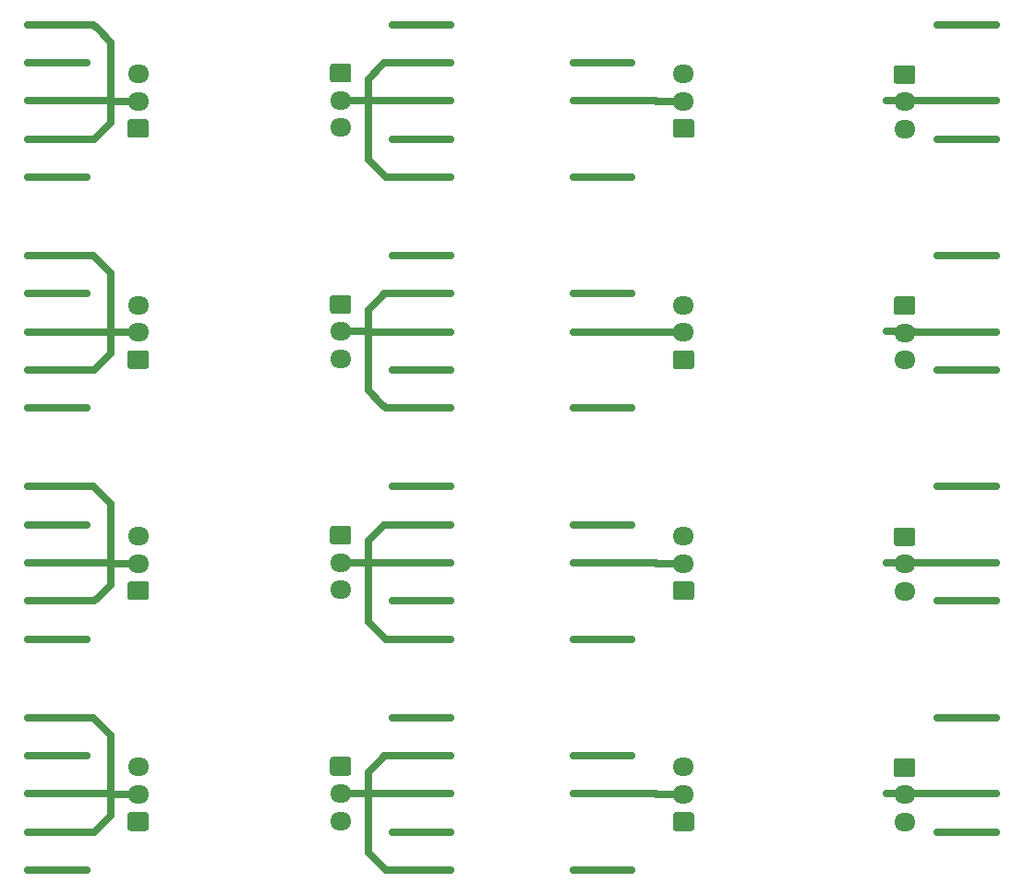
<source format=gbl>
G04 #@! TF.GenerationSoftware,KiCad,Pcbnew,(5.1.0)-1*
G04 #@! TF.CreationDate,2019-06-08T19:04:15-04:00*
G04 #@! TF.ProjectId,input+output_panel,696e7075-742b-46f7-9574-7075745f7061,0.1*
G04 #@! TF.SameCoordinates,Original*
G04 #@! TF.FileFunction,Copper,L2,Bot*
G04 #@! TF.FilePolarity,Positive*
%FSLAX46Y46*%
G04 Gerber Fmt 4.6, Leading zero omitted, Abs format (unit mm)*
G04 Created by KiCad (PCBNEW (5.1.0)-1) date 2019-06-08 19:04:15*
%MOMM*%
%LPD*%
G04 APERTURE LIST*
%ADD10C,0.100000*%
%ADD11C,1.700000*%
%ADD12O,1.950000X1.700000*%
%ADD13C,0.609600*%
%ADD14C,0.635000*%
G04 APERTURE END LIST*
D10*
G36*
X175031504Y-47057204D02*
G01*
X175055773Y-47060804D01*
X175079571Y-47066765D01*
X175102671Y-47075030D01*
X175124849Y-47085520D01*
X175145893Y-47098133D01*
X175165598Y-47112747D01*
X175183777Y-47129223D01*
X175200253Y-47147402D01*
X175214867Y-47167107D01*
X175227480Y-47188151D01*
X175237970Y-47210329D01*
X175246235Y-47233429D01*
X175252196Y-47257227D01*
X175255796Y-47281496D01*
X175257000Y-47306000D01*
X175257000Y-48506000D01*
X175255796Y-48530504D01*
X175252196Y-48554773D01*
X175246235Y-48578571D01*
X175237970Y-48601671D01*
X175227480Y-48623849D01*
X175214867Y-48644893D01*
X175200253Y-48664598D01*
X175183777Y-48682777D01*
X175165598Y-48699253D01*
X175145893Y-48713867D01*
X175124849Y-48726480D01*
X175102671Y-48736970D01*
X175079571Y-48745235D01*
X175055773Y-48751196D01*
X175031504Y-48754796D01*
X175007000Y-48756000D01*
X173557000Y-48756000D01*
X173532496Y-48754796D01*
X173508227Y-48751196D01*
X173484429Y-48745235D01*
X173461329Y-48736970D01*
X173439151Y-48726480D01*
X173418107Y-48713867D01*
X173398402Y-48699253D01*
X173380223Y-48682777D01*
X173363747Y-48664598D01*
X173349133Y-48644893D01*
X173336520Y-48623849D01*
X173326030Y-48601671D01*
X173317765Y-48578571D01*
X173311804Y-48554773D01*
X173308204Y-48530504D01*
X173307000Y-48506000D01*
X173307000Y-47306000D01*
X173308204Y-47281496D01*
X173311804Y-47257227D01*
X173317765Y-47233429D01*
X173326030Y-47210329D01*
X173336520Y-47188151D01*
X173349133Y-47167107D01*
X173363747Y-47147402D01*
X173380223Y-47129223D01*
X173398402Y-47112747D01*
X173418107Y-47098133D01*
X173439151Y-47085520D01*
X173461329Y-47075030D01*
X173484429Y-47066765D01*
X173508227Y-47060804D01*
X173532496Y-47057204D01*
X173557000Y-47056000D01*
X175007000Y-47056000D01*
X175031504Y-47057204D01*
X175031504Y-47057204D01*
G37*
D11*
X174282000Y-47906000D03*
D12*
X174282000Y-50406000D03*
X174282000Y-52906000D03*
X154013000Y-47859000D03*
X154013000Y-50359000D03*
D10*
G36*
X154762504Y-52010204D02*
G01*
X154786773Y-52013804D01*
X154810571Y-52019765D01*
X154833671Y-52028030D01*
X154855849Y-52038520D01*
X154876893Y-52051133D01*
X154896598Y-52065747D01*
X154914777Y-52082223D01*
X154931253Y-52100402D01*
X154945867Y-52120107D01*
X154958480Y-52141151D01*
X154968970Y-52163329D01*
X154977235Y-52186429D01*
X154983196Y-52210227D01*
X154986796Y-52234496D01*
X154988000Y-52259000D01*
X154988000Y-53459000D01*
X154986796Y-53483504D01*
X154983196Y-53507773D01*
X154977235Y-53531571D01*
X154968970Y-53554671D01*
X154958480Y-53576849D01*
X154945867Y-53597893D01*
X154931253Y-53617598D01*
X154914777Y-53635777D01*
X154896598Y-53652253D01*
X154876893Y-53666867D01*
X154855849Y-53679480D01*
X154833671Y-53689970D01*
X154810571Y-53698235D01*
X154786773Y-53704196D01*
X154762504Y-53707796D01*
X154738000Y-53709000D01*
X153288000Y-53709000D01*
X153263496Y-53707796D01*
X153239227Y-53704196D01*
X153215429Y-53698235D01*
X153192329Y-53689970D01*
X153170151Y-53679480D01*
X153149107Y-53666867D01*
X153129402Y-53652253D01*
X153111223Y-53635777D01*
X153094747Y-53617598D01*
X153080133Y-53597893D01*
X153067520Y-53576849D01*
X153057030Y-53554671D01*
X153048765Y-53531571D01*
X153042804Y-53507773D01*
X153039204Y-53483504D01*
X153038000Y-53459000D01*
X153038000Y-52259000D01*
X153039204Y-52234496D01*
X153042804Y-52210227D01*
X153048765Y-52186429D01*
X153057030Y-52163329D01*
X153067520Y-52141151D01*
X153080133Y-52120107D01*
X153094747Y-52100402D01*
X153111223Y-52082223D01*
X153129402Y-52065747D01*
X153149107Y-52051133D01*
X153170151Y-52038520D01*
X153192329Y-52028030D01*
X153215429Y-52019765D01*
X153239227Y-52013804D01*
X153263496Y-52010204D01*
X153288000Y-52009000D01*
X154738000Y-52009000D01*
X154762504Y-52010204D01*
X154762504Y-52010204D01*
G37*
D11*
X154013000Y-52859000D03*
D12*
X174282000Y-74106000D03*
X174282000Y-71606000D03*
D10*
G36*
X175031504Y-68257204D02*
G01*
X175055773Y-68260804D01*
X175079571Y-68266765D01*
X175102671Y-68275030D01*
X175124849Y-68285520D01*
X175145893Y-68298133D01*
X175165598Y-68312747D01*
X175183777Y-68329223D01*
X175200253Y-68347402D01*
X175214867Y-68367107D01*
X175227480Y-68388151D01*
X175237970Y-68410329D01*
X175246235Y-68433429D01*
X175252196Y-68457227D01*
X175255796Y-68481496D01*
X175257000Y-68506000D01*
X175257000Y-69706000D01*
X175255796Y-69730504D01*
X175252196Y-69754773D01*
X175246235Y-69778571D01*
X175237970Y-69801671D01*
X175227480Y-69823849D01*
X175214867Y-69844893D01*
X175200253Y-69864598D01*
X175183777Y-69882777D01*
X175165598Y-69899253D01*
X175145893Y-69913867D01*
X175124849Y-69926480D01*
X175102671Y-69936970D01*
X175079571Y-69945235D01*
X175055773Y-69951196D01*
X175031504Y-69954796D01*
X175007000Y-69956000D01*
X173557000Y-69956000D01*
X173532496Y-69954796D01*
X173508227Y-69951196D01*
X173484429Y-69945235D01*
X173461329Y-69936970D01*
X173439151Y-69926480D01*
X173418107Y-69913867D01*
X173398402Y-69899253D01*
X173380223Y-69882777D01*
X173363747Y-69864598D01*
X173349133Y-69844893D01*
X173336520Y-69823849D01*
X173326030Y-69801671D01*
X173317765Y-69778571D01*
X173311804Y-69754773D01*
X173308204Y-69730504D01*
X173307000Y-69706000D01*
X173307000Y-68506000D01*
X173308204Y-68481496D01*
X173311804Y-68457227D01*
X173317765Y-68433429D01*
X173326030Y-68410329D01*
X173336520Y-68388151D01*
X173349133Y-68367107D01*
X173363747Y-68347402D01*
X173380223Y-68329223D01*
X173398402Y-68312747D01*
X173418107Y-68298133D01*
X173439151Y-68285520D01*
X173461329Y-68275030D01*
X173484429Y-68266765D01*
X173508227Y-68260804D01*
X173532496Y-68257204D01*
X173557000Y-68256000D01*
X175007000Y-68256000D01*
X175031504Y-68257204D01*
X175031504Y-68257204D01*
G37*
D11*
X174282000Y-69106000D03*
D10*
G36*
X154762504Y-73210204D02*
G01*
X154786773Y-73213804D01*
X154810571Y-73219765D01*
X154833671Y-73228030D01*
X154855849Y-73238520D01*
X154876893Y-73251133D01*
X154896598Y-73265747D01*
X154914777Y-73282223D01*
X154931253Y-73300402D01*
X154945867Y-73320107D01*
X154958480Y-73341151D01*
X154968970Y-73363329D01*
X154977235Y-73386429D01*
X154983196Y-73410227D01*
X154986796Y-73434496D01*
X154988000Y-73459000D01*
X154988000Y-74659000D01*
X154986796Y-74683504D01*
X154983196Y-74707773D01*
X154977235Y-74731571D01*
X154968970Y-74754671D01*
X154958480Y-74776849D01*
X154945867Y-74797893D01*
X154931253Y-74817598D01*
X154914777Y-74835777D01*
X154896598Y-74852253D01*
X154876893Y-74866867D01*
X154855849Y-74879480D01*
X154833671Y-74889970D01*
X154810571Y-74898235D01*
X154786773Y-74904196D01*
X154762504Y-74907796D01*
X154738000Y-74909000D01*
X153288000Y-74909000D01*
X153263496Y-74907796D01*
X153239227Y-74904196D01*
X153215429Y-74898235D01*
X153192329Y-74889970D01*
X153170151Y-74879480D01*
X153149107Y-74866867D01*
X153129402Y-74852253D01*
X153111223Y-74835777D01*
X153094747Y-74817598D01*
X153080133Y-74797893D01*
X153067520Y-74776849D01*
X153057030Y-74754671D01*
X153048765Y-74731571D01*
X153042804Y-74707773D01*
X153039204Y-74683504D01*
X153038000Y-74659000D01*
X153038000Y-73459000D01*
X153039204Y-73434496D01*
X153042804Y-73410227D01*
X153048765Y-73386429D01*
X153057030Y-73363329D01*
X153067520Y-73341151D01*
X153080133Y-73320107D01*
X153094747Y-73300402D01*
X153111223Y-73282223D01*
X153129402Y-73265747D01*
X153149107Y-73251133D01*
X153170151Y-73238520D01*
X153192329Y-73228030D01*
X153215429Y-73219765D01*
X153239227Y-73213804D01*
X153263496Y-73210204D01*
X153288000Y-73209000D01*
X154738000Y-73209000D01*
X154762504Y-73210204D01*
X154762504Y-73210204D01*
G37*
D11*
X154013000Y-74059000D03*
D12*
X154013000Y-71559000D03*
X154013000Y-69059000D03*
D10*
G36*
X175031504Y-89457204D02*
G01*
X175055773Y-89460804D01*
X175079571Y-89466765D01*
X175102671Y-89475030D01*
X175124849Y-89485520D01*
X175145893Y-89498133D01*
X175165598Y-89512747D01*
X175183777Y-89529223D01*
X175200253Y-89547402D01*
X175214867Y-89567107D01*
X175227480Y-89588151D01*
X175237970Y-89610329D01*
X175246235Y-89633429D01*
X175252196Y-89657227D01*
X175255796Y-89681496D01*
X175257000Y-89706000D01*
X175257000Y-90906000D01*
X175255796Y-90930504D01*
X175252196Y-90954773D01*
X175246235Y-90978571D01*
X175237970Y-91001671D01*
X175227480Y-91023849D01*
X175214867Y-91044893D01*
X175200253Y-91064598D01*
X175183777Y-91082777D01*
X175165598Y-91099253D01*
X175145893Y-91113867D01*
X175124849Y-91126480D01*
X175102671Y-91136970D01*
X175079571Y-91145235D01*
X175055773Y-91151196D01*
X175031504Y-91154796D01*
X175007000Y-91156000D01*
X173557000Y-91156000D01*
X173532496Y-91154796D01*
X173508227Y-91151196D01*
X173484429Y-91145235D01*
X173461329Y-91136970D01*
X173439151Y-91126480D01*
X173418107Y-91113867D01*
X173398402Y-91099253D01*
X173380223Y-91082777D01*
X173363747Y-91064598D01*
X173349133Y-91044893D01*
X173336520Y-91023849D01*
X173326030Y-91001671D01*
X173317765Y-90978571D01*
X173311804Y-90954773D01*
X173308204Y-90930504D01*
X173307000Y-90906000D01*
X173307000Y-89706000D01*
X173308204Y-89681496D01*
X173311804Y-89657227D01*
X173317765Y-89633429D01*
X173326030Y-89610329D01*
X173336520Y-89588151D01*
X173349133Y-89567107D01*
X173363747Y-89547402D01*
X173380223Y-89529223D01*
X173398402Y-89512747D01*
X173418107Y-89498133D01*
X173439151Y-89485520D01*
X173461329Y-89475030D01*
X173484429Y-89466765D01*
X173508227Y-89460804D01*
X173532496Y-89457204D01*
X173557000Y-89456000D01*
X175007000Y-89456000D01*
X175031504Y-89457204D01*
X175031504Y-89457204D01*
G37*
D11*
X174282000Y-90306000D03*
D12*
X174282000Y-92806000D03*
X174282000Y-95306000D03*
X154013000Y-90259000D03*
X154013000Y-92759000D03*
D10*
G36*
X154762504Y-94410204D02*
G01*
X154786773Y-94413804D01*
X154810571Y-94419765D01*
X154833671Y-94428030D01*
X154855849Y-94438520D01*
X154876893Y-94451133D01*
X154896598Y-94465747D01*
X154914777Y-94482223D01*
X154931253Y-94500402D01*
X154945867Y-94520107D01*
X154958480Y-94541151D01*
X154968970Y-94563329D01*
X154977235Y-94586429D01*
X154983196Y-94610227D01*
X154986796Y-94634496D01*
X154988000Y-94659000D01*
X154988000Y-95859000D01*
X154986796Y-95883504D01*
X154983196Y-95907773D01*
X154977235Y-95931571D01*
X154968970Y-95954671D01*
X154958480Y-95976849D01*
X154945867Y-95997893D01*
X154931253Y-96017598D01*
X154914777Y-96035777D01*
X154896598Y-96052253D01*
X154876893Y-96066867D01*
X154855849Y-96079480D01*
X154833671Y-96089970D01*
X154810571Y-96098235D01*
X154786773Y-96104196D01*
X154762504Y-96107796D01*
X154738000Y-96109000D01*
X153288000Y-96109000D01*
X153263496Y-96107796D01*
X153239227Y-96104196D01*
X153215429Y-96098235D01*
X153192329Y-96089970D01*
X153170151Y-96079480D01*
X153149107Y-96066867D01*
X153129402Y-96052253D01*
X153111223Y-96035777D01*
X153094747Y-96017598D01*
X153080133Y-95997893D01*
X153067520Y-95976849D01*
X153057030Y-95954671D01*
X153048765Y-95931571D01*
X153042804Y-95907773D01*
X153039204Y-95883504D01*
X153038000Y-95859000D01*
X153038000Y-94659000D01*
X153039204Y-94634496D01*
X153042804Y-94610227D01*
X153048765Y-94586429D01*
X153057030Y-94563329D01*
X153067520Y-94541151D01*
X153080133Y-94520107D01*
X153094747Y-94500402D01*
X153111223Y-94482223D01*
X153129402Y-94465747D01*
X153149107Y-94451133D01*
X153170151Y-94438520D01*
X153192329Y-94428030D01*
X153215429Y-94419765D01*
X153239227Y-94413804D01*
X153263496Y-94410204D01*
X153288000Y-94409000D01*
X154738000Y-94409000D01*
X154762504Y-94410204D01*
X154762504Y-94410204D01*
G37*
D11*
X154013000Y-95259000D03*
D12*
X174282000Y-116506000D03*
X174282000Y-114006000D03*
D10*
G36*
X175031504Y-110657204D02*
G01*
X175055773Y-110660804D01*
X175079571Y-110666765D01*
X175102671Y-110675030D01*
X175124849Y-110685520D01*
X175145893Y-110698133D01*
X175165598Y-110712747D01*
X175183777Y-110729223D01*
X175200253Y-110747402D01*
X175214867Y-110767107D01*
X175227480Y-110788151D01*
X175237970Y-110810329D01*
X175246235Y-110833429D01*
X175252196Y-110857227D01*
X175255796Y-110881496D01*
X175257000Y-110906000D01*
X175257000Y-112106000D01*
X175255796Y-112130504D01*
X175252196Y-112154773D01*
X175246235Y-112178571D01*
X175237970Y-112201671D01*
X175227480Y-112223849D01*
X175214867Y-112244893D01*
X175200253Y-112264598D01*
X175183777Y-112282777D01*
X175165598Y-112299253D01*
X175145893Y-112313867D01*
X175124849Y-112326480D01*
X175102671Y-112336970D01*
X175079571Y-112345235D01*
X175055773Y-112351196D01*
X175031504Y-112354796D01*
X175007000Y-112356000D01*
X173557000Y-112356000D01*
X173532496Y-112354796D01*
X173508227Y-112351196D01*
X173484429Y-112345235D01*
X173461329Y-112336970D01*
X173439151Y-112326480D01*
X173418107Y-112313867D01*
X173398402Y-112299253D01*
X173380223Y-112282777D01*
X173363747Y-112264598D01*
X173349133Y-112244893D01*
X173336520Y-112223849D01*
X173326030Y-112201671D01*
X173317765Y-112178571D01*
X173311804Y-112154773D01*
X173308204Y-112130504D01*
X173307000Y-112106000D01*
X173307000Y-110906000D01*
X173308204Y-110881496D01*
X173311804Y-110857227D01*
X173317765Y-110833429D01*
X173326030Y-110810329D01*
X173336520Y-110788151D01*
X173349133Y-110767107D01*
X173363747Y-110747402D01*
X173380223Y-110729223D01*
X173398402Y-110712747D01*
X173418107Y-110698133D01*
X173439151Y-110685520D01*
X173461329Y-110675030D01*
X173484429Y-110666765D01*
X173508227Y-110660804D01*
X173532496Y-110657204D01*
X173557000Y-110656000D01*
X175007000Y-110656000D01*
X175031504Y-110657204D01*
X175031504Y-110657204D01*
G37*
D11*
X174282000Y-111506000D03*
D10*
G36*
X123334504Y-46930204D02*
G01*
X123358773Y-46933804D01*
X123382571Y-46939765D01*
X123405671Y-46948030D01*
X123427849Y-46958520D01*
X123448893Y-46971133D01*
X123468598Y-46985747D01*
X123486777Y-47002223D01*
X123503253Y-47020402D01*
X123517867Y-47040107D01*
X123530480Y-47061151D01*
X123540970Y-47083329D01*
X123549235Y-47106429D01*
X123555196Y-47130227D01*
X123558796Y-47154496D01*
X123560000Y-47179000D01*
X123560000Y-48379000D01*
X123558796Y-48403504D01*
X123555196Y-48427773D01*
X123549235Y-48451571D01*
X123540970Y-48474671D01*
X123530480Y-48496849D01*
X123517867Y-48517893D01*
X123503253Y-48537598D01*
X123486777Y-48555777D01*
X123468598Y-48572253D01*
X123448893Y-48586867D01*
X123427849Y-48599480D01*
X123405671Y-48609970D01*
X123382571Y-48618235D01*
X123358773Y-48624196D01*
X123334504Y-48627796D01*
X123310000Y-48629000D01*
X121860000Y-48629000D01*
X121835496Y-48627796D01*
X121811227Y-48624196D01*
X121787429Y-48618235D01*
X121764329Y-48609970D01*
X121742151Y-48599480D01*
X121721107Y-48586867D01*
X121701402Y-48572253D01*
X121683223Y-48555777D01*
X121666747Y-48537598D01*
X121652133Y-48517893D01*
X121639520Y-48496849D01*
X121629030Y-48474671D01*
X121620765Y-48451571D01*
X121614804Y-48427773D01*
X121611204Y-48403504D01*
X121610000Y-48379000D01*
X121610000Y-47179000D01*
X121611204Y-47154496D01*
X121614804Y-47130227D01*
X121620765Y-47106429D01*
X121629030Y-47083329D01*
X121639520Y-47061151D01*
X121652133Y-47040107D01*
X121666747Y-47020402D01*
X121683223Y-47002223D01*
X121701402Y-46985747D01*
X121721107Y-46971133D01*
X121742151Y-46958520D01*
X121764329Y-46948030D01*
X121787429Y-46939765D01*
X121811227Y-46933804D01*
X121835496Y-46930204D01*
X121860000Y-46929000D01*
X123310000Y-46929000D01*
X123334504Y-46930204D01*
X123334504Y-46930204D01*
G37*
D11*
X122585000Y-47779000D03*
D12*
X122585000Y-50279000D03*
X122585000Y-52779000D03*
X104013000Y-47859000D03*
X104013000Y-50359000D03*
D10*
G36*
X104762504Y-52010204D02*
G01*
X104786773Y-52013804D01*
X104810571Y-52019765D01*
X104833671Y-52028030D01*
X104855849Y-52038520D01*
X104876893Y-52051133D01*
X104896598Y-52065747D01*
X104914777Y-52082223D01*
X104931253Y-52100402D01*
X104945867Y-52120107D01*
X104958480Y-52141151D01*
X104968970Y-52163329D01*
X104977235Y-52186429D01*
X104983196Y-52210227D01*
X104986796Y-52234496D01*
X104988000Y-52259000D01*
X104988000Y-53459000D01*
X104986796Y-53483504D01*
X104983196Y-53507773D01*
X104977235Y-53531571D01*
X104968970Y-53554671D01*
X104958480Y-53576849D01*
X104945867Y-53597893D01*
X104931253Y-53617598D01*
X104914777Y-53635777D01*
X104896598Y-53652253D01*
X104876893Y-53666867D01*
X104855849Y-53679480D01*
X104833671Y-53689970D01*
X104810571Y-53698235D01*
X104786773Y-53704196D01*
X104762504Y-53707796D01*
X104738000Y-53709000D01*
X103288000Y-53709000D01*
X103263496Y-53707796D01*
X103239227Y-53704196D01*
X103215429Y-53698235D01*
X103192329Y-53689970D01*
X103170151Y-53679480D01*
X103149107Y-53666867D01*
X103129402Y-53652253D01*
X103111223Y-53635777D01*
X103094747Y-53617598D01*
X103080133Y-53597893D01*
X103067520Y-53576849D01*
X103057030Y-53554671D01*
X103048765Y-53531571D01*
X103042804Y-53507773D01*
X103039204Y-53483504D01*
X103038000Y-53459000D01*
X103038000Y-52259000D01*
X103039204Y-52234496D01*
X103042804Y-52210227D01*
X103048765Y-52186429D01*
X103057030Y-52163329D01*
X103067520Y-52141151D01*
X103080133Y-52120107D01*
X103094747Y-52100402D01*
X103111223Y-52082223D01*
X103129402Y-52065747D01*
X103149107Y-52051133D01*
X103170151Y-52038520D01*
X103192329Y-52028030D01*
X103215429Y-52019765D01*
X103239227Y-52013804D01*
X103263496Y-52010204D01*
X103288000Y-52009000D01*
X104738000Y-52009000D01*
X104762504Y-52010204D01*
X104762504Y-52010204D01*
G37*
D11*
X104013000Y-52859000D03*
D12*
X122585000Y-73979000D03*
X122585000Y-71479000D03*
D10*
G36*
X123334504Y-68130204D02*
G01*
X123358773Y-68133804D01*
X123382571Y-68139765D01*
X123405671Y-68148030D01*
X123427849Y-68158520D01*
X123448893Y-68171133D01*
X123468598Y-68185747D01*
X123486777Y-68202223D01*
X123503253Y-68220402D01*
X123517867Y-68240107D01*
X123530480Y-68261151D01*
X123540970Y-68283329D01*
X123549235Y-68306429D01*
X123555196Y-68330227D01*
X123558796Y-68354496D01*
X123560000Y-68379000D01*
X123560000Y-69579000D01*
X123558796Y-69603504D01*
X123555196Y-69627773D01*
X123549235Y-69651571D01*
X123540970Y-69674671D01*
X123530480Y-69696849D01*
X123517867Y-69717893D01*
X123503253Y-69737598D01*
X123486777Y-69755777D01*
X123468598Y-69772253D01*
X123448893Y-69786867D01*
X123427849Y-69799480D01*
X123405671Y-69809970D01*
X123382571Y-69818235D01*
X123358773Y-69824196D01*
X123334504Y-69827796D01*
X123310000Y-69829000D01*
X121860000Y-69829000D01*
X121835496Y-69827796D01*
X121811227Y-69824196D01*
X121787429Y-69818235D01*
X121764329Y-69809970D01*
X121742151Y-69799480D01*
X121721107Y-69786867D01*
X121701402Y-69772253D01*
X121683223Y-69755777D01*
X121666747Y-69737598D01*
X121652133Y-69717893D01*
X121639520Y-69696849D01*
X121629030Y-69674671D01*
X121620765Y-69651571D01*
X121614804Y-69627773D01*
X121611204Y-69603504D01*
X121610000Y-69579000D01*
X121610000Y-68379000D01*
X121611204Y-68354496D01*
X121614804Y-68330227D01*
X121620765Y-68306429D01*
X121629030Y-68283329D01*
X121639520Y-68261151D01*
X121652133Y-68240107D01*
X121666747Y-68220402D01*
X121683223Y-68202223D01*
X121701402Y-68185747D01*
X121721107Y-68171133D01*
X121742151Y-68158520D01*
X121764329Y-68148030D01*
X121787429Y-68139765D01*
X121811227Y-68133804D01*
X121835496Y-68130204D01*
X121860000Y-68129000D01*
X123310000Y-68129000D01*
X123334504Y-68130204D01*
X123334504Y-68130204D01*
G37*
D11*
X122585000Y-68979000D03*
D10*
G36*
X104762504Y-73210204D02*
G01*
X104786773Y-73213804D01*
X104810571Y-73219765D01*
X104833671Y-73228030D01*
X104855849Y-73238520D01*
X104876893Y-73251133D01*
X104896598Y-73265747D01*
X104914777Y-73282223D01*
X104931253Y-73300402D01*
X104945867Y-73320107D01*
X104958480Y-73341151D01*
X104968970Y-73363329D01*
X104977235Y-73386429D01*
X104983196Y-73410227D01*
X104986796Y-73434496D01*
X104988000Y-73459000D01*
X104988000Y-74659000D01*
X104986796Y-74683504D01*
X104983196Y-74707773D01*
X104977235Y-74731571D01*
X104968970Y-74754671D01*
X104958480Y-74776849D01*
X104945867Y-74797893D01*
X104931253Y-74817598D01*
X104914777Y-74835777D01*
X104896598Y-74852253D01*
X104876893Y-74866867D01*
X104855849Y-74879480D01*
X104833671Y-74889970D01*
X104810571Y-74898235D01*
X104786773Y-74904196D01*
X104762504Y-74907796D01*
X104738000Y-74909000D01*
X103288000Y-74909000D01*
X103263496Y-74907796D01*
X103239227Y-74904196D01*
X103215429Y-74898235D01*
X103192329Y-74889970D01*
X103170151Y-74879480D01*
X103149107Y-74866867D01*
X103129402Y-74852253D01*
X103111223Y-74835777D01*
X103094747Y-74817598D01*
X103080133Y-74797893D01*
X103067520Y-74776849D01*
X103057030Y-74754671D01*
X103048765Y-74731571D01*
X103042804Y-74707773D01*
X103039204Y-74683504D01*
X103038000Y-74659000D01*
X103038000Y-73459000D01*
X103039204Y-73434496D01*
X103042804Y-73410227D01*
X103048765Y-73386429D01*
X103057030Y-73363329D01*
X103067520Y-73341151D01*
X103080133Y-73320107D01*
X103094747Y-73300402D01*
X103111223Y-73282223D01*
X103129402Y-73265747D01*
X103149107Y-73251133D01*
X103170151Y-73238520D01*
X103192329Y-73228030D01*
X103215429Y-73219765D01*
X103239227Y-73213804D01*
X103263496Y-73210204D01*
X103288000Y-73209000D01*
X104738000Y-73209000D01*
X104762504Y-73210204D01*
X104762504Y-73210204D01*
G37*
D11*
X104013000Y-74059000D03*
D12*
X104013000Y-71559000D03*
X104013000Y-69059000D03*
D10*
G36*
X123334504Y-89330204D02*
G01*
X123358773Y-89333804D01*
X123382571Y-89339765D01*
X123405671Y-89348030D01*
X123427849Y-89358520D01*
X123448893Y-89371133D01*
X123468598Y-89385747D01*
X123486777Y-89402223D01*
X123503253Y-89420402D01*
X123517867Y-89440107D01*
X123530480Y-89461151D01*
X123540970Y-89483329D01*
X123549235Y-89506429D01*
X123555196Y-89530227D01*
X123558796Y-89554496D01*
X123560000Y-89579000D01*
X123560000Y-90779000D01*
X123558796Y-90803504D01*
X123555196Y-90827773D01*
X123549235Y-90851571D01*
X123540970Y-90874671D01*
X123530480Y-90896849D01*
X123517867Y-90917893D01*
X123503253Y-90937598D01*
X123486777Y-90955777D01*
X123468598Y-90972253D01*
X123448893Y-90986867D01*
X123427849Y-90999480D01*
X123405671Y-91009970D01*
X123382571Y-91018235D01*
X123358773Y-91024196D01*
X123334504Y-91027796D01*
X123310000Y-91029000D01*
X121860000Y-91029000D01*
X121835496Y-91027796D01*
X121811227Y-91024196D01*
X121787429Y-91018235D01*
X121764329Y-91009970D01*
X121742151Y-90999480D01*
X121721107Y-90986867D01*
X121701402Y-90972253D01*
X121683223Y-90955777D01*
X121666747Y-90937598D01*
X121652133Y-90917893D01*
X121639520Y-90896849D01*
X121629030Y-90874671D01*
X121620765Y-90851571D01*
X121614804Y-90827773D01*
X121611204Y-90803504D01*
X121610000Y-90779000D01*
X121610000Y-89579000D01*
X121611204Y-89554496D01*
X121614804Y-89530227D01*
X121620765Y-89506429D01*
X121629030Y-89483329D01*
X121639520Y-89461151D01*
X121652133Y-89440107D01*
X121666747Y-89420402D01*
X121683223Y-89402223D01*
X121701402Y-89385747D01*
X121721107Y-89371133D01*
X121742151Y-89358520D01*
X121764329Y-89348030D01*
X121787429Y-89339765D01*
X121811227Y-89333804D01*
X121835496Y-89330204D01*
X121860000Y-89329000D01*
X123310000Y-89329000D01*
X123334504Y-89330204D01*
X123334504Y-89330204D01*
G37*
D11*
X122585000Y-90179000D03*
D12*
X122585000Y-92679000D03*
X122585000Y-95179000D03*
X104013000Y-90259000D03*
X104013000Y-92759000D03*
D10*
G36*
X104762504Y-94410204D02*
G01*
X104786773Y-94413804D01*
X104810571Y-94419765D01*
X104833671Y-94428030D01*
X104855849Y-94438520D01*
X104876893Y-94451133D01*
X104896598Y-94465747D01*
X104914777Y-94482223D01*
X104931253Y-94500402D01*
X104945867Y-94520107D01*
X104958480Y-94541151D01*
X104968970Y-94563329D01*
X104977235Y-94586429D01*
X104983196Y-94610227D01*
X104986796Y-94634496D01*
X104988000Y-94659000D01*
X104988000Y-95859000D01*
X104986796Y-95883504D01*
X104983196Y-95907773D01*
X104977235Y-95931571D01*
X104968970Y-95954671D01*
X104958480Y-95976849D01*
X104945867Y-95997893D01*
X104931253Y-96017598D01*
X104914777Y-96035777D01*
X104896598Y-96052253D01*
X104876893Y-96066867D01*
X104855849Y-96079480D01*
X104833671Y-96089970D01*
X104810571Y-96098235D01*
X104786773Y-96104196D01*
X104762504Y-96107796D01*
X104738000Y-96109000D01*
X103288000Y-96109000D01*
X103263496Y-96107796D01*
X103239227Y-96104196D01*
X103215429Y-96098235D01*
X103192329Y-96089970D01*
X103170151Y-96079480D01*
X103149107Y-96066867D01*
X103129402Y-96052253D01*
X103111223Y-96035777D01*
X103094747Y-96017598D01*
X103080133Y-95997893D01*
X103067520Y-95976849D01*
X103057030Y-95954671D01*
X103048765Y-95931571D01*
X103042804Y-95907773D01*
X103039204Y-95883504D01*
X103038000Y-95859000D01*
X103038000Y-94659000D01*
X103039204Y-94634496D01*
X103042804Y-94610227D01*
X103048765Y-94586429D01*
X103057030Y-94563329D01*
X103067520Y-94541151D01*
X103080133Y-94520107D01*
X103094747Y-94500402D01*
X103111223Y-94482223D01*
X103129402Y-94465747D01*
X103149107Y-94451133D01*
X103170151Y-94438520D01*
X103192329Y-94428030D01*
X103215429Y-94419765D01*
X103239227Y-94413804D01*
X103263496Y-94410204D01*
X103288000Y-94409000D01*
X104738000Y-94409000D01*
X104762504Y-94410204D01*
X104762504Y-94410204D01*
G37*
D11*
X104013000Y-95259000D03*
D12*
X122585000Y-116379000D03*
X122585000Y-113879000D03*
D10*
G36*
X123334504Y-110530204D02*
G01*
X123358773Y-110533804D01*
X123382571Y-110539765D01*
X123405671Y-110548030D01*
X123427849Y-110558520D01*
X123448893Y-110571133D01*
X123468598Y-110585747D01*
X123486777Y-110602223D01*
X123503253Y-110620402D01*
X123517867Y-110640107D01*
X123530480Y-110661151D01*
X123540970Y-110683329D01*
X123549235Y-110706429D01*
X123555196Y-110730227D01*
X123558796Y-110754496D01*
X123560000Y-110779000D01*
X123560000Y-111979000D01*
X123558796Y-112003504D01*
X123555196Y-112027773D01*
X123549235Y-112051571D01*
X123540970Y-112074671D01*
X123530480Y-112096849D01*
X123517867Y-112117893D01*
X123503253Y-112137598D01*
X123486777Y-112155777D01*
X123468598Y-112172253D01*
X123448893Y-112186867D01*
X123427849Y-112199480D01*
X123405671Y-112209970D01*
X123382571Y-112218235D01*
X123358773Y-112224196D01*
X123334504Y-112227796D01*
X123310000Y-112229000D01*
X121860000Y-112229000D01*
X121835496Y-112227796D01*
X121811227Y-112224196D01*
X121787429Y-112218235D01*
X121764329Y-112209970D01*
X121742151Y-112199480D01*
X121721107Y-112186867D01*
X121701402Y-112172253D01*
X121683223Y-112155777D01*
X121666747Y-112137598D01*
X121652133Y-112117893D01*
X121639520Y-112096849D01*
X121629030Y-112074671D01*
X121620765Y-112051571D01*
X121614804Y-112027773D01*
X121611204Y-112003504D01*
X121610000Y-111979000D01*
X121610000Y-110779000D01*
X121611204Y-110754496D01*
X121614804Y-110730227D01*
X121620765Y-110706429D01*
X121629030Y-110683329D01*
X121639520Y-110661151D01*
X121652133Y-110640107D01*
X121666747Y-110620402D01*
X121683223Y-110602223D01*
X121701402Y-110585747D01*
X121721107Y-110571133D01*
X121742151Y-110558520D01*
X121764329Y-110548030D01*
X121787429Y-110539765D01*
X121811227Y-110533804D01*
X121835496Y-110530204D01*
X121860000Y-110529000D01*
X123310000Y-110529000D01*
X123334504Y-110530204D01*
X123334504Y-110530204D01*
G37*
D11*
X122585000Y-111379000D03*
D10*
G36*
X104762504Y-115610204D02*
G01*
X104786773Y-115613804D01*
X104810571Y-115619765D01*
X104833671Y-115628030D01*
X104855849Y-115638520D01*
X104876893Y-115651133D01*
X104896598Y-115665747D01*
X104914777Y-115682223D01*
X104931253Y-115700402D01*
X104945867Y-115720107D01*
X104958480Y-115741151D01*
X104968970Y-115763329D01*
X104977235Y-115786429D01*
X104983196Y-115810227D01*
X104986796Y-115834496D01*
X104988000Y-115859000D01*
X104988000Y-117059000D01*
X104986796Y-117083504D01*
X104983196Y-117107773D01*
X104977235Y-117131571D01*
X104968970Y-117154671D01*
X104958480Y-117176849D01*
X104945867Y-117197893D01*
X104931253Y-117217598D01*
X104914777Y-117235777D01*
X104896598Y-117252253D01*
X104876893Y-117266867D01*
X104855849Y-117279480D01*
X104833671Y-117289970D01*
X104810571Y-117298235D01*
X104786773Y-117304196D01*
X104762504Y-117307796D01*
X104738000Y-117309000D01*
X103288000Y-117309000D01*
X103263496Y-117307796D01*
X103239227Y-117304196D01*
X103215429Y-117298235D01*
X103192329Y-117289970D01*
X103170151Y-117279480D01*
X103149107Y-117266867D01*
X103129402Y-117252253D01*
X103111223Y-117235777D01*
X103094747Y-117217598D01*
X103080133Y-117197893D01*
X103067520Y-117176849D01*
X103057030Y-117154671D01*
X103048765Y-117131571D01*
X103042804Y-117107773D01*
X103039204Y-117083504D01*
X103038000Y-117059000D01*
X103038000Y-115859000D01*
X103039204Y-115834496D01*
X103042804Y-115810227D01*
X103048765Y-115786429D01*
X103057030Y-115763329D01*
X103067520Y-115741151D01*
X103080133Y-115720107D01*
X103094747Y-115700402D01*
X103111223Y-115682223D01*
X103129402Y-115665747D01*
X103149107Y-115651133D01*
X103170151Y-115638520D01*
X103192329Y-115628030D01*
X103215429Y-115619765D01*
X103239227Y-115613804D01*
X103263496Y-115610204D01*
X103288000Y-115609000D01*
X104738000Y-115609000D01*
X104762504Y-115610204D01*
X104762504Y-115610204D01*
G37*
D11*
X104013000Y-116459000D03*
D12*
X104013000Y-113959000D03*
X104013000Y-111459000D03*
D10*
G36*
X154762504Y-115610204D02*
G01*
X154786773Y-115613804D01*
X154810571Y-115619765D01*
X154833671Y-115628030D01*
X154855849Y-115638520D01*
X154876893Y-115651133D01*
X154896598Y-115665747D01*
X154914777Y-115682223D01*
X154931253Y-115700402D01*
X154945867Y-115720107D01*
X154958480Y-115741151D01*
X154968970Y-115763329D01*
X154977235Y-115786429D01*
X154983196Y-115810227D01*
X154986796Y-115834496D01*
X154988000Y-115859000D01*
X154988000Y-117059000D01*
X154986796Y-117083504D01*
X154983196Y-117107773D01*
X154977235Y-117131571D01*
X154968970Y-117154671D01*
X154958480Y-117176849D01*
X154945867Y-117197893D01*
X154931253Y-117217598D01*
X154914777Y-117235777D01*
X154896598Y-117252253D01*
X154876893Y-117266867D01*
X154855849Y-117279480D01*
X154833671Y-117289970D01*
X154810571Y-117298235D01*
X154786773Y-117304196D01*
X154762504Y-117307796D01*
X154738000Y-117309000D01*
X153288000Y-117309000D01*
X153263496Y-117307796D01*
X153239227Y-117304196D01*
X153215429Y-117298235D01*
X153192329Y-117289970D01*
X153170151Y-117279480D01*
X153149107Y-117266867D01*
X153129402Y-117252253D01*
X153111223Y-117235777D01*
X153094747Y-117217598D01*
X153080133Y-117197893D01*
X153067520Y-117176849D01*
X153057030Y-117154671D01*
X153048765Y-117131571D01*
X153042804Y-117107773D01*
X153039204Y-117083504D01*
X153038000Y-117059000D01*
X153038000Y-115859000D01*
X153039204Y-115834496D01*
X153042804Y-115810227D01*
X153048765Y-115786429D01*
X153057030Y-115763329D01*
X153067520Y-115741151D01*
X153080133Y-115720107D01*
X153094747Y-115700402D01*
X153111223Y-115682223D01*
X153129402Y-115665747D01*
X153149107Y-115651133D01*
X153170151Y-115638520D01*
X153192329Y-115628030D01*
X153215429Y-115619765D01*
X153239227Y-115613804D01*
X153263496Y-115610204D01*
X153288000Y-115609000D01*
X154738000Y-115609000D01*
X154762504Y-115610204D01*
X154762504Y-115610204D01*
G37*
D11*
X154013000Y-116459000D03*
D12*
X154013000Y-113959000D03*
X154013000Y-111459000D03*
D13*
X99299000Y-117419000D03*
X99299000Y-113919000D03*
X99299000Y-106919000D03*
X127299000Y-113919000D03*
X127299000Y-110419000D03*
X127299000Y-120919000D03*
X99299000Y-92719000D03*
X99299000Y-96219000D03*
X99299000Y-85719000D03*
X127299000Y-99719000D03*
X127299000Y-92719000D03*
X127299000Y-89219000D03*
X127299000Y-68019000D03*
X127299000Y-78519000D03*
X99299000Y-64519000D03*
X127299000Y-71519000D03*
X99299000Y-75019000D03*
X99299000Y-71519000D03*
X127299000Y-46819000D03*
X99299000Y-50319000D03*
X99299000Y-43319000D03*
X99299000Y-53819000D03*
X127299000Y-57319000D03*
X127299000Y-50319000D03*
X149299000Y-113919000D03*
X177299000Y-113919000D03*
X149299000Y-92719000D03*
X177299000Y-92719000D03*
X149299000Y-71519000D03*
X177299000Y-71519000D03*
X177299000Y-50319000D03*
X149299000Y-50319000D03*
X99299000Y-120919000D03*
X127299000Y-106919000D03*
X99299000Y-99719000D03*
X127299000Y-85719000D03*
X127299000Y-64519000D03*
X99299000Y-78519000D03*
X127299000Y-43319000D03*
X99299000Y-57319000D03*
X149299000Y-120919000D03*
X177299000Y-106919000D03*
X149299000Y-99719000D03*
X177299000Y-85719000D03*
X177299000Y-64519000D03*
X149299000Y-78519000D03*
X177299000Y-43319000D03*
X149299000Y-57319000D03*
X99299000Y-110419000D03*
X127299000Y-117419000D03*
X99299000Y-89219000D03*
X127299000Y-96219000D03*
X99299000Y-68019000D03*
X127299000Y-75019000D03*
X99299000Y-46819000D03*
X127299000Y-53819000D03*
X149299000Y-110419000D03*
X177299000Y-117419000D03*
X149299000Y-89219000D03*
X177299000Y-96219000D03*
X149299000Y-68019000D03*
X177299000Y-75019000D03*
X177299000Y-53819000D03*
X149299000Y-46819000D03*
D14*
X99299000Y-117419000D02*
X93899000Y-117419000D01*
X99999000Y-117419000D02*
X99299000Y-117419000D01*
X99299000Y-113919000D02*
X93899000Y-113919000D01*
X100299000Y-113919000D02*
X99299000Y-113919000D01*
X99299000Y-106919000D02*
X93899000Y-106919000D01*
X99899000Y-106919000D02*
X99299000Y-106919000D01*
X100299000Y-117119000D02*
X101499000Y-115919000D01*
X101499000Y-115919000D02*
X101499000Y-113919000D01*
X101499000Y-113919000D02*
X100299000Y-113919000D01*
X100299000Y-107319000D02*
X101499000Y-108519000D01*
X101499000Y-108519000D02*
X101499000Y-113919000D01*
X100299000Y-107319000D02*
X99899000Y-106919000D01*
X100299000Y-117119000D02*
X99999000Y-117419000D01*
X101539000Y-113959000D02*
X104013000Y-113959000D01*
X101499000Y-113919000D02*
X101539000Y-113959000D01*
X127299000Y-110419000D02*
X132699000Y-110419000D01*
X126599000Y-110419000D02*
X127299000Y-110419000D01*
X127299000Y-113919000D02*
X132699000Y-113919000D01*
X126299000Y-113919000D02*
X127299000Y-113919000D01*
X127299000Y-120919000D02*
X132699000Y-120919000D01*
X126699000Y-120919000D02*
X127299000Y-120919000D01*
X126299000Y-110719000D02*
X125099000Y-111919000D01*
X125099000Y-119319000D02*
X125099000Y-113919000D01*
X126299000Y-120519000D02*
X126699000Y-120919000D01*
X126299000Y-120519000D02*
X125099000Y-119319000D01*
X125059000Y-113879000D02*
X122585000Y-113879000D01*
X125099000Y-113919000D02*
X125059000Y-113879000D01*
X125099000Y-113919000D02*
X126299000Y-113919000D01*
X126299000Y-110719000D02*
X126599000Y-110419000D01*
X125099000Y-111919000D02*
X125099000Y-113919000D01*
X99299000Y-96219000D02*
X93899000Y-96219000D01*
X99999000Y-96219000D02*
X99299000Y-96219000D01*
X99299000Y-92719000D02*
X93899000Y-92719000D01*
X100299000Y-92719000D02*
X99299000Y-92719000D01*
X99299000Y-85719000D02*
X93899000Y-85719000D01*
X99899000Y-85719000D02*
X99299000Y-85719000D01*
X100299000Y-95919000D02*
X101499000Y-94719000D01*
X127299000Y-89219000D02*
X132699000Y-89219000D01*
X127299000Y-92719000D02*
X132699000Y-92719000D01*
X125099000Y-92719000D02*
X126299000Y-92719000D01*
X126299000Y-92719000D02*
X127299000Y-92719000D01*
X126299000Y-99319000D02*
X126699000Y-99719000D01*
X125059000Y-92679000D02*
X122585000Y-92679000D01*
X126299000Y-89519000D02*
X126599000Y-89219000D01*
X125099000Y-90719000D02*
X125099000Y-92719000D01*
X127299000Y-99719000D02*
X132699000Y-99719000D01*
X126699000Y-99719000D02*
X127299000Y-99719000D01*
X126299000Y-89519000D02*
X125099000Y-90719000D01*
X126599000Y-89219000D02*
X127299000Y-89219000D01*
X125099000Y-98119000D02*
X125099000Y-92719000D01*
X125099000Y-92719000D02*
X125059000Y-92679000D01*
X126299000Y-99319000D02*
X125099000Y-98119000D01*
X101499000Y-87319000D02*
X101499000Y-92719000D01*
X100299000Y-86119000D02*
X99899000Y-85719000D01*
X100299000Y-86119000D02*
X101499000Y-87319000D01*
X101539000Y-92759000D02*
X104013000Y-92759000D01*
X101499000Y-92719000D02*
X101539000Y-92759000D01*
X101499000Y-92719000D02*
X100299000Y-92719000D01*
X100299000Y-95919000D02*
X99999000Y-96219000D01*
X101499000Y-94719000D02*
X101499000Y-92719000D01*
X101539000Y-71559000D02*
X104013000Y-71559000D01*
X100299000Y-74719000D02*
X99999000Y-75019000D01*
X101499000Y-71519000D02*
X101539000Y-71559000D01*
X100299000Y-64919000D02*
X101499000Y-66119000D01*
X101499000Y-71519000D02*
X100299000Y-71519000D01*
X101499000Y-73519000D02*
X101499000Y-71519000D01*
X99299000Y-71519000D02*
X93899000Y-71519000D01*
X125099000Y-69519000D02*
X125099000Y-71519000D01*
X100299000Y-71519000D02*
X99299000Y-71519000D01*
X101499000Y-66119000D02*
X101499000Y-71519000D01*
X126299000Y-71519000D02*
X127299000Y-71519000D01*
X100299000Y-64919000D02*
X99899000Y-64519000D01*
X99999000Y-75019000D02*
X99299000Y-75019000D01*
X126299000Y-68319000D02*
X126599000Y-68019000D01*
X125099000Y-71519000D02*
X126299000Y-71519000D01*
X127299000Y-71519000D02*
X132699000Y-71519000D01*
X99899000Y-64519000D02*
X99299000Y-64519000D01*
X100299000Y-74719000D02*
X101499000Y-73519000D01*
X99299000Y-64519000D02*
X93899000Y-64519000D01*
X127299000Y-78519000D02*
X132699000Y-78519000D01*
X126699000Y-78519000D02*
X127299000Y-78519000D01*
X126599000Y-68019000D02*
X127299000Y-68019000D01*
X127299000Y-68019000D02*
X132699000Y-68019000D01*
X99299000Y-75019000D02*
X93899000Y-75019000D01*
X125099000Y-76919000D02*
X125099000Y-71519000D01*
X125059000Y-71479000D02*
X122585000Y-71479000D01*
X126299000Y-68319000D02*
X125099000Y-69519000D01*
X125099000Y-71519000D02*
X125059000Y-71479000D01*
X126299000Y-78119000D02*
X125099000Y-76919000D01*
X126299000Y-78119000D02*
X126699000Y-78519000D01*
X126299000Y-50319000D02*
X127299000Y-50319000D01*
X99899000Y-43319000D02*
X99299000Y-43319000D01*
X126299000Y-47119000D02*
X125099000Y-48319000D01*
X99999000Y-53819000D02*
X99299000Y-53819000D01*
X126299000Y-47119000D02*
X126599000Y-46819000D01*
X125099000Y-50319000D02*
X126299000Y-50319000D01*
X125099000Y-55719000D02*
X125099000Y-50319000D01*
X126299000Y-56919000D02*
X126699000Y-57319000D01*
X126699000Y-57319000D02*
X127299000Y-57319000D01*
X125059000Y-50279000D02*
X122585000Y-50279000D01*
X127299000Y-46819000D02*
X132699000Y-46819000D01*
X127299000Y-50319000D02*
X132699000Y-50319000D01*
X126599000Y-46819000D02*
X127299000Y-46819000D01*
X125099000Y-50319000D02*
X125059000Y-50279000D01*
X127299000Y-57319000D02*
X132699000Y-57319000D01*
X99299000Y-43319000D02*
X93899000Y-43319000D01*
X100299000Y-53519000D02*
X101499000Y-52319000D01*
X126299000Y-56919000D02*
X125099000Y-55719000D01*
X99299000Y-53819000D02*
X93899000Y-53819000D01*
X100299000Y-43719000D02*
X99899000Y-43319000D01*
X101499000Y-50319000D02*
X101539000Y-50359000D01*
X99299000Y-50319000D02*
X93899000Y-50319000D01*
X101539000Y-50359000D02*
X104013000Y-50359000D01*
X125099000Y-48319000D02*
X125099000Y-50319000D01*
X100299000Y-53519000D02*
X99999000Y-53819000D01*
X101499000Y-50319000D02*
X100299000Y-50319000D01*
X101499000Y-52319000D02*
X101499000Y-50319000D01*
X101499000Y-44919000D02*
X101499000Y-50319000D01*
X100299000Y-50319000D02*
X99299000Y-50319000D01*
X100299000Y-43719000D02*
X101499000Y-44919000D01*
X149299000Y-113919000D02*
X143899000Y-113919000D01*
X150299000Y-113919000D02*
X149299000Y-113919000D01*
X151499000Y-113919000D02*
X150299000Y-113919000D01*
X151539000Y-113959000D02*
X154013000Y-113959000D01*
X151499000Y-113919000D02*
X151539000Y-113959000D01*
X175099000Y-113919000D02*
X175059000Y-113879000D01*
X176299000Y-113919000D02*
X177299000Y-113919000D01*
X175059000Y-113879000D02*
X172585000Y-113879000D01*
X175099000Y-113919000D02*
X176299000Y-113919000D01*
X177299000Y-113919000D02*
X182699000Y-113919000D01*
X177299000Y-92719000D02*
X182699000Y-92719000D01*
X175099000Y-92719000D02*
X175059000Y-92679000D01*
X176299000Y-92719000D02*
X177299000Y-92719000D01*
X175059000Y-92679000D02*
X172585000Y-92679000D01*
X175099000Y-92719000D02*
X176299000Y-92719000D01*
X151499000Y-92719000D02*
X151539000Y-92759000D01*
X150299000Y-92719000D02*
X149299000Y-92719000D01*
X151539000Y-92759000D02*
X154013000Y-92759000D01*
X151499000Y-92719000D02*
X150299000Y-92719000D01*
X149299000Y-92719000D02*
X143899000Y-92719000D01*
X150299000Y-71519000D02*
X149299000Y-71519000D01*
X175099000Y-71519000D02*
X176299000Y-71519000D01*
X151499000Y-71519000D02*
X151539000Y-71559000D01*
X176299000Y-71519000D02*
X177299000Y-71519000D01*
X175059000Y-71479000D02*
X172585000Y-71479000D01*
X151499000Y-71519000D02*
X150299000Y-71519000D01*
X177299000Y-71519000D02*
X182699000Y-71519000D01*
X151539000Y-71559000D02*
X154013000Y-71559000D01*
X149299000Y-71519000D02*
X143899000Y-71519000D01*
X175099000Y-71519000D02*
X175059000Y-71479000D01*
X150299000Y-50319000D02*
X149299000Y-50319000D01*
X151499000Y-50319000D02*
X151539000Y-50359000D01*
X175099000Y-50319000D02*
X176299000Y-50319000D01*
X175099000Y-50319000D02*
X175059000Y-50279000D01*
X151499000Y-50319000D02*
X150299000Y-50319000D01*
X177299000Y-50319000D02*
X182699000Y-50319000D01*
X149299000Y-50319000D02*
X143899000Y-50319000D01*
X176299000Y-50319000D02*
X177299000Y-50319000D01*
X175059000Y-50279000D02*
X172585000Y-50279000D01*
X151539000Y-50359000D02*
X154013000Y-50359000D01*
X99299000Y-120919000D02*
X93899000Y-120919000D01*
X127299000Y-106919000D02*
X132699000Y-106919000D01*
X127299000Y-85719000D02*
X132699000Y-85719000D01*
X99299000Y-99719000D02*
X93899000Y-99719000D01*
X99299000Y-78519000D02*
X93899000Y-78519000D01*
X127299000Y-64519000D02*
X132699000Y-64519000D01*
X127299000Y-43319000D02*
X132699000Y-43319000D01*
X99299000Y-57319000D02*
X93899000Y-57319000D01*
X149299000Y-120919000D02*
X143899000Y-120919000D01*
X177299000Y-106919000D02*
X182699000Y-106919000D01*
X177299000Y-85719000D02*
X182699000Y-85719000D01*
X149299000Y-99719000D02*
X143899000Y-99719000D01*
X177299000Y-64519000D02*
X182699000Y-64519000D01*
X149299000Y-78519000D02*
X143899000Y-78519000D01*
X149299000Y-57319000D02*
X143899000Y-57319000D01*
X177299000Y-43319000D02*
X182699000Y-43319000D01*
X99299000Y-110419000D02*
X93899000Y-110419000D01*
X127299000Y-117419000D02*
X132699000Y-117419000D01*
X127299000Y-96219000D02*
X132699000Y-96219000D01*
X99299000Y-89219000D02*
X93899000Y-89219000D01*
X99299000Y-68019000D02*
X93899000Y-68019000D01*
X127299000Y-75019000D02*
X132699000Y-75019000D01*
X99299000Y-46819000D02*
X93899000Y-46819000D01*
X127299000Y-53819000D02*
X132699000Y-53819000D01*
X149299000Y-110419000D02*
X143899000Y-110419000D01*
X177299000Y-117419000D02*
X182699000Y-117419000D01*
X177299000Y-96219000D02*
X182699000Y-96219000D01*
X149299000Y-89219000D02*
X143899000Y-89219000D01*
X177299000Y-75019000D02*
X182699000Y-75019000D01*
X149299000Y-68019000D02*
X143899000Y-68019000D01*
X177299000Y-53819000D02*
X182699000Y-53819000D01*
X149299000Y-46819000D02*
X143899000Y-46819000D01*
M02*

</source>
